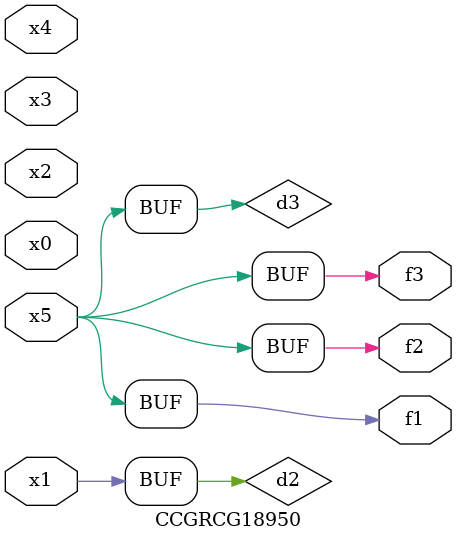
<source format=v>
module CCGRCG18950(
	input x0, x1, x2, x3, x4, x5,
	output f1, f2, f3
);

	wire d1, d2, d3;

	not (d1, x5);
	or (d2, x1);
	xnor (d3, d1);
	assign f1 = d3;
	assign f2 = d3;
	assign f3 = d3;
endmodule

</source>
